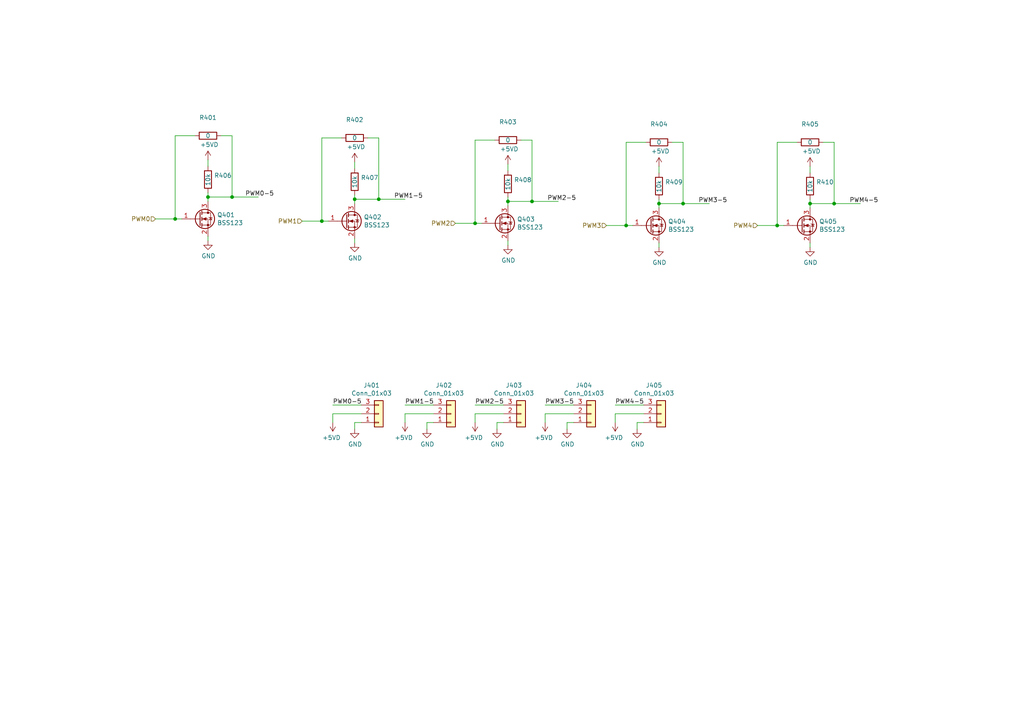
<source format=kicad_sch>
(kicad_sch (version 20211123) (generator eeschema)
  (paper "A4")
  (title_block (title "Connector Cube V2") (date "2021-12-21") (rev "V2.00A") (company "CubeDeb-F4DEB") (comment 1 "PWM"))
  (lib_symbols
    (symbol "Connector_Generic:Conn_01x03" (pin_names (offset 1.016) hide)
      (property "Reference" "J" (at 0 5.08 0))
      (property "Value" "Connector_Generic_Conn_01x03" (at 0 -5.08 0))
      (symbol "Conn_01x03_1_1"
        (rectangle (start -1.27 -2.413) (end 0 -2.667) (stroke (width 0.1524)))
        (rectangle (start -1.27 0.127) (end 0 -0.127) (stroke (width 0.1524)))
        (rectangle (start -1.27 2.667) (end 0 2.413) (stroke (width 0.1524)))
        (rectangle (start -1.27 3.81) (end 1.27 -3.81) (stroke (width 0.254)) (fill (type background)))
        (pin passive line (at -5.08 2.54 0) (length 3.81) (name "Pin_1") (number "1"))
        (pin passive line (at -5.08 0 0) (length 3.81) (name "Pin_2") (number "2"))
        (pin passive line (at -5.08 -2.54 0) (length 3.81) (name "Pin_3") (number "3"))
      )
    )
    (symbol "Device:R" (pin_numbers hide) (pin_names (offset 0))
      (property "Reference" "R" (at 2.032 0 90))
      (property "Value" "Device_R" (at 0 0 90))
      (symbol "R_0_1"
        (rectangle (start -1.016 -2.54) (end 1.016 2.54) (stroke (width 0.254)))
      )
      (symbol "R_1_1"
        (pin passive line (at 0 3.81 270) (length 1.27) (name "~") (number "1"))
        (pin passive line (at 0 -3.81 90) (length 1.27) (name "~") (number "2"))
      )
    )
    (symbol "Transistor_FET:BSS123" (pin_names hide)
      (property "Reference" "Q" (at 5.08 1.905 0))
      (property "Value" "Transistor_FET_BSS123" (at 5.08 0 0))
      (symbol "BSS123_0_1"
        (polyline (pts (xy 0.254 0) (xy -2.54 0)))
        (polyline (pts (xy 0.254 1.905) (xy 0.254 -1.905)) (stroke (width 0.254)))
        (polyline (pts (xy 0.762 -1.27) (xy 0.762 -2.286)) (stroke (width 0.254)))
        (polyline (pts (xy 0.762 0.508) (xy 0.762 -0.508)) (stroke (width 0.254)))
        (polyline (pts (xy 0.762 2.286) (xy 0.762 1.27)) (stroke (width 0.254)))
        (polyline (pts (xy 2.54 2.54) (xy 2.54 1.778)))
        (polyline (pts (xy 2.54 -2.54) (xy 2.54 0) (xy 0.762 0)))
        (polyline (pts (xy 0.762 -1.778) (xy 3.302 -1.778) (xy 3.302 1.778) (xy 0.762 1.778)))
        (polyline (pts (xy 1.016 0) (xy 2.032 0.381) (xy 2.032 -0.381) (xy 1.016 0)) (fill (type outline)))
        (polyline (pts (xy 2.794 0.508) (xy 2.921 0.381) (xy 3.683 0.381) (xy 3.81 0.254)))
        (polyline (pts (xy 3.302 0.381) (xy 2.921 -0.254) (xy 3.683 -0.254) (xy 3.302 0.381)))
        (circle (center 1.651 0) (radius 2.794) (stroke (width 0.254)))
        (circle (center 2.54 -1.778) (radius 0.254) (fill (type outline)))
        (circle (center 2.54 1.778) (radius 0.254) (fill (type outline)))
      )
      (symbol "BSS123_1_1"
        (pin input line (at -5.08 0 0) (length 2.54) (name "G") (number "1"))
        (pin passive line (at 2.54 -5.08 90) (length 2.54) (name "S") (number "2"))
        (pin passive line (at 2.54 5.08 270) (length 2.54) (name "D") (number "3"))
      )
    )
    (symbol "power:+5VD" (power) (pin_names (offset 0))
      (property "Value" "power_+5VD" (at 0 3.556 0))
      (symbol "+5VD_0_1"
        (polyline (pts (xy -0.762 1.27) (xy 0 2.54)))
        (polyline (pts (xy 0 0) (xy 0 2.54)))
        (polyline (pts (xy 0 2.54) (xy 0.762 1.27)))
      )
      (symbol "+5VD_1_1"
        (pin power_in line (at 0 0 90) (length 0) hide (name "+5VD") (number "1"))
      )
    )
    (symbol "power:GND" (power) (pin_names (offset 0))
      (property "Value" "power_GND" (at 0 -3.81 0))
      (symbol "GND_0_1"
        (polyline (pts (xy 0 0) (xy 0 -1.27) (xy 1.27 -1.27) (xy 0 -2.54) (xy -1.27 -1.27) (xy 0 -1.27)))
      )
      (symbol "GND_1_1"
        (pin power_in line (at 0 0 270) (length 0) hide (name "GND") (number "1"))
      )
    )
  )
  (junction (at 109.855 57.785))
  (junction (at 93.345 64.135))
  (junction (at 181.61 65.405))
  (junction (at 241.935 59.055))
  (junction (at 234.95 59.055))
  (junction (at 50.8 63.5))
  (junction (at 191.135 59.055))
  (junction (at 67.31 57.15))
  (junction (at 225.425 65.405))
  (junction (at 60.325 57.15))
  (junction (at 137.795 64.77))
  (junction (at 198.12 59.055))
  (junction (at 102.87 57.785))
  (junction (at 147.32 58.42))
  (junction (at 154.305 58.42))
  (wire (pts (xy 154.305 40.64) (xy 154.305 58.42)))
  (wire (pts (xy 95.25 64.135) (xy 93.345 64.135)))
  (wire (pts (xy 178.435 117.475) (xy 186.69 117.475)))
  (wire (pts (xy 151.13 40.64) (xy 154.305 40.64)))
  (wire (pts (xy 198.12 41.275) (xy 198.12 59.055)))
  (wire (pts (xy 96.52 120.015) (xy 104.775 120.015)))
  (wire (pts (xy 93.345 40.005) (xy 93.345 64.135)))
  (wire (pts (xy 234.95 50.165) (xy 234.95 48.26)))
  (wire (pts (xy 225.425 41.275) (xy 225.425 65.405)))
  (wire (pts (xy 178.435 120.015) (xy 178.435 122.555)))
  (wire (pts (xy 227.33 65.405) (xy 225.425 65.405)))
  (wire (pts (xy 191.135 59.055) (xy 198.12 59.055)))
  (wire (pts (xy 102.87 57.785) (xy 109.855 57.785)))
  (wire (pts (xy 137.795 117.475) (xy 146.05 117.475)))
  (wire (pts (xy 198.12 59.055) (xy 205.74 59.055)))
  (wire (pts (xy 166.37 122.555) (xy 164.465 122.555)))
  (wire (pts (xy 60.325 55.88) (xy 60.325 57.15)))
  (wire (pts (xy 225.425 41.275) (xy 231.14 41.275)))
  (wire (pts (xy 117.475 117.475) (xy 125.73 117.475)))
  (wire (pts (xy 104.775 122.555) (xy 102.87 122.555)))
  (wire (pts (xy 117.475 120.015) (xy 117.475 122.555)))
  (wire (pts (xy 183.515 65.405) (xy 181.61 65.405)))
  (wire (pts (xy 102.87 56.515) (xy 102.87 57.785)))
  (wire (pts (xy 181.61 41.275) (xy 181.61 65.405)))
  (wire (pts (xy 181.61 65.405) (xy 175.895 65.405)))
  (wire (pts (xy 102.87 122.555) (xy 102.87 124.46)))
  (wire (pts (xy 64.135 39.37) (xy 67.31 39.37)))
  (wire (pts (xy 139.7 64.77) (xy 137.795 64.77)))
  (wire (pts (xy 106.68 40.005) (xy 109.855 40.005)))
  (wire (pts (xy 117.475 120.015) (xy 125.73 120.015)))
  (wire (pts (xy 146.05 122.555) (xy 144.145 122.555)))
  (wire (pts (xy 60.325 68.58) (xy 60.325 69.85)))
  (wire (pts (xy 147.32 58.42) (xy 154.305 58.42)))
  (wire (pts (xy 96.52 117.475) (xy 104.775 117.475)))
  (wire (pts (xy 191.135 50.165) (xy 191.135 48.26)))
  (wire (pts (xy 158.115 117.475) (xy 166.37 117.475)))
  (wire (pts (xy 52.705 63.5) (xy 50.8 63.5)))
  (wire (pts (xy 109.855 57.785) (xy 117.475 57.785)))
  (wire (pts (xy 109.855 40.005) (xy 109.855 57.785)))
  (wire (pts (xy 154.305 58.42) (xy 161.925 58.42)))
  (wire (pts (xy 147.32 57.15) (xy 147.32 58.42)))
  (wire (pts (xy 191.135 59.055) (xy 191.135 60.325)))
  (wire (pts (xy 137.795 40.64) (xy 143.51 40.64)))
  (wire (pts (xy 184.785 122.555) (xy 184.785 124.46)))
  (wire (pts (xy 234.95 59.055) (xy 241.935 59.055)))
  (wire (pts (xy 186.69 122.555) (xy 184.785 122.555)))
  (wire (pts (xy 50.8 63.5) (xy 45.085 63.5)))
  (wire (pts (xy 178.435 120.015) (xy 186.69 120.015)))
  (wire (pts (xy 181.61 41.275) (xy 187.325 41.275)))
  (wire (pts (xy 67.31 57.15) (xy 74.93 57.15)))
  (wire (pts (xy 93.345 64.135) (xy 87.63 64.135)))
  (wire (pts (xy 67.31 39.37) (xy 67.31 57.15)))
  (wire (pts (xy 96.52 120.015) (xy 96.52 122.555)))
  (wire (pts (xy 102.87 57.785) (xy 102.87 59.055)))
  (wire (pts (xy 191.135 70.485) (xy 191.135 71.755)))
  (wire (pts (xy 191.135 57.785) (xy 191.135 59.055)))
  (wire (pts (xy 144.145 122.555) (xy 144.145 124.46)))
  (wire (pts (xy 137.795 40.64) (xy 137.795 64.77)))
  (wire (pts (xy 147.32 69.85) (xy 147.32 71.12)))
  (wire (pts (xy 164.465 122.555) (xy 164.465 124.46)))
  (wire (pts (xy 102.87 69.215) (xy 102.87 70.485)))
  (wire (pts (xy 147.32 58.42) (xy 147.32 59.69)))
  (wire (pts (xy 147.32 49.53) (xy 147.32 47.625)))
  (wire (pts (xy 60.325 57.15) (xy 67.31 57.15)))
  (wire (pts (xy 137.795 120.015) (xy 146.05 120.015)))
  (wire (pts (xy 60.325 57.15) (xy 60.325 58.42)))
  (wire (pts (xy 234.95 57.785) (xy 234.95 59.055)))
  (wire (pts (xy 234.95 70.485) (xy 234.95 71.755)))
  (wire (pts (xy 234.95 59.055) (xy 234.95 60.325)))
  (wire (pts (xy 241.935 59.055) (xy 249.555 59.055)))
  (wire (pts (xy 125.73 122.555) (xy 123.825 122.555)))
  (wire (pts (xy 158.115 120.015) (xy 166.37 120.015)))
  (wire (pts (xy 50.8 39.37) (xy 50.8 63.5)))
  (wire (pts (xy 137.795 120.015) (xy 137.795 122.555)))
  (wire (pts (xy 194.945 41.275) (xy 198.12 41.275)))
  (wire (pts (xy 123.825 122.555) (xy 123.825 124.46)))
  (wire (pts (xy 102.87 48.895) (xy 102.87 46.99)))
  (wire (pts (xy 93.345 40.005) (xy 99.06 40.005)))
  (wire (pts (xy 241.935 41.275) (xy 241.935 59.055)))
  (wire (pts (xy 158.115 120.015) (xy 158.115 122.555)))
  (wire (pts (xy 60.325 48.26) (xy 60.325 46.355)))
  (wire (pts (xy 50.8 39.37) (xy 56.515 39.37)))
  (wire (pts (xy 225.425 65.405) (xy 219.71 65.405)))
  (wire (pts (xy 238.76 41.275) (xy 241.935 41.275)))
  (wire (pts (xy 137.795 64.77) (xy 132.08 64.77)))
  (label "PWM0-5" (at 96.52 117.475 0))
  (label "PWM2-5" (at 137.795 117.475 0))
  (label "PWM4-5" (at 178.435 117.475 0))
  (label "PWM3-5" (at 158.115 117.475 0))
  (label "PWM0-5" (at 71.12 57.15 0))
  (label "PWM4-5" (at 246.38 59.055 0))
  (label "PWM3-5" (at 202.565 59.055 0))
  (label "PWM1-5" (at 114.3 57.785 0))
  (label "PWM1-5" (at 117.475 117.475 0))
  (label "PWM2-5" (at 158.75 58.42 0))
  (hierarchical_label "PWM2" (shape input) (at 132.08 64.77 180))
  (hierarchical_label "PWM1" (shape input) (at 87.63 64.135 180))
  (hierarchical_label "PWM0" (shape input) (at 45.085 63.5 180))
  (hierarchical_label "PWM3" (shape input) (at 175.895 65.405 180))
  (hierarchical_label "PWM4" (shape input) (at 219.71 65.405 180))
  (symbol (lib_id "Device:R") (at 60.325 52.07 0) (unit 1)
    (property "Reference" "R406" (at 62.103 50.9016 0) (effects (justify left)))
    (property "Value" "10k" (at 60.325 53.975 90) (effects (justify left)))
    (property "Footprint" "Resistor_SMD:R_0603_1608Metric" (effects hide))
  )
  (symbol (lib_id "Device:R") (at 102.87 52.705 0) (unit 1)
    (property "Reference" "R407" (at 104.648 51.5366 0) (effects (justify left)))
    (property "Value" "10k" (at 102.87 54.61 90) (effects (justify left)))
    (property "Footprint" "Resistor_SMD:R_0603_1608Metric" (effects hide))
  )
  (symbol (lib_id "Transistor_FET:BSS123") (at 57.785 63.5 0) (unit 1)
    (property "Reference" "Q401" (at 62.9666 62.3316 0) (effects (justify left)))
    (property "Value" "BSS123" (at 62.9666 64.643 0) (effects (justify left)))
    (property "Footprint" "Package_TO_SOT_SMD:SOT-23" (effects hide))
    (property "Datasheet" "http://www.diodes.com/assets/Datasheets/ds30366.pdf" (effects hide))
  )
  (symbol (lib_id "Device:R") (at 147.32 53.34 0) (unit 1)
    (property "Reference" "R408" (at 149.098 52.1716 0) (effects (justify left)))
    (property "Value" "10k" (at 147.32 55.245 90) (effects (justify left)))
    (property "Footprint" "Resistor_SMD:R_0603_1608Metric" (effects hide))
  )
  (symbol (lib_id "Device:R") (at 60.325 39.37 90) (unit 1)
    (property "Reference" "R401" (at 60.325 34.1122 90))
    (property "Value" "0" (at 60.325 39.37 90))
    (property "Footprint" "Resistor_SMD:R_0603_1608Metric" (effects hide))
  )
  (symbol (lib_id "power:GND") (at 60.325 69.85 0) (unit 1)
    (property "Reference" "#PWR0181" (effects hide))
    (property "Value" "GND" (at 60.452 74.2442 0))
  )
  (symbol (lib_id "power:+5VD") (at 60.325 46.355 0) (unit 1)
    (property "Reference" "#PWR0182" (effects hide))
    (property "Value" "+5VD" (at 60.706 41.9608 0))
  )
  (symbol (lib_id "Device:R") (at 191.135 53.975 0) (unit 1)
    (property "Reference" "R409" (at 192.913 52.8066 0) (effects (justify left)))
    (property "Value" "10k" (at 191.135 55.88 90) (effects (justify left)))
    (property "Footprint" "Resistor_SMD:R_0603_1608Metric" (effects hide))
  )
  (symbol (lib_id "Transistor_FET:BSS123") (at 100.33 64.135 0) (unit 1)
    (property "Reference" "Q402" (at 105.5116 62.9666 0) (effects (justify left)))
    (property "Value" "BSS123" (at 105.5116 65.278 0) (effects (justify left)))
    (property "Footprint" "Package_TO_SOT_SMD:SOT-23" (effects hide))
    (property "Datasheet" "http://www.diodes.com/assets/Datasheets/ds30366.pdf" (effects hide))
  )
  (symbol (lib_id "Device:R") (at 102.87 40.005 90) (unit 1)
    (property "Reference" "R402" (at 102.87 34.7472 90))
    (property "Value" "0" (at 102.87 40.005 90))
    (property "Footprint" "Resistor_SMD:R_0603_1608Metric" (effects hide))
  )
  (symbol (lib_id "power:GND") (at 102.87 70.485 0) (unit 1)
    (property "Reference" "#PWR0183" (effects hide))
    (property "Value" "GND" (at 102.997 74.8792 0))
  )
  (symbol (lib_id "power:+5VD") (at 102.87 46.99 0) (unit 1)
    (property "Reference" "#PWR0184" (effects hide))
    (property "Value" "+5VD" (at 103.251 42.5958 0))
  )
  (symbol (lib_id "Transistor_FET:BSS123") (at 144.78 64.77 0) (unit 1)
    (property "Reference" "Q403" (at 149.9616 63.6016 0) (effects (justify left)))
    (property "Value" "BSS123" (at 149.9616 65.913 0) (effects (justify left)))
    (property "Footprint" "Package_TO_SOT_SMD:SOT-23" (effects hide))
    (property "Datasheet" "http://www.diodes.com/assets/Datasheets/ds30366.pdf" (effects hide))
  )
  (symbol (lib_id "Device:R") (at 147.32 40.64 90) (unit 1)
    (property "Reference" "R403" (at 147.32 35.3822 90))
    (property "Value" "0" (at 147.32 40.64 90))
    (property "Footprint" "Resistor_SMD:R_0603_1608Metric" (effects hide))
  )
  (symbol (lib_id "power:GND") (at 147.32 71.12 0) (unit 1)
    (property "Reference" "#PWR0185" (effects hide))
    (property "Value" "GND" (at 147.447 75.5142 0))
  )
  (symbol (lib_id "power:+5VD") (at 147.32 47.625 0) (unit 1)
    (property "Reference" "#PWR0186" (effects hide))
    (property "Value" "+5VD" (at 147.701 43.2308 0))
  )
  (symbol (lib_id "Transistor_FET:BSS123") (at 188.595 65.405 0) (unit 1)
    (property "Reference" "Q404" (at 193.7766 64.2366 0) (effects (justify left)))
    (property "Value" "BSS123" (at 193.7766 66.548 0) (effects (justify left)))
    (property "Footprint" "Package_TO_SOT_SMD:SOT-23" (effects hide))
    (property "Datasheet" "http://www.diodes.com/assets/Datasheets/ds30366.pdf" (effects hide))
  )
  (symbol (lib_id "Device:R") (at 191.135 41.275 90) (unit 1)
    (property "Reference" "R404" (at 191.135 36.0172 90))
    (property "Value" "0" (at 191.135 41.275 90))
    (property "Footprint" "Resistor_SMD:R_0603_1608Metric" (effects hide))
  )
  (symbol (lib_id "power:GND") (at 191.135 71.755 0) (unit 1)
    (property "Reference" "#PWR0187" (effects hide))
    (property "Value" "GND" (at 191.262 76.1492 0))
  )
  (symbol (lib_id "power:+5VD") (at 191.135 48.26 0) (unit 1)
    (property "Reference" "#PWR0188" (effects hide))
    (property "Value" "+5VD" (at 191.516 43.8658 0))
  )
  (symbol (lib_id "Device:R") (at 234.95 53.975 0) (unit 1)
    (property "Reference" "R410" (at 236.728 52.8066 0) (effects (justify left)))
    (property "Value" "10k" (at 234.95 55.88 90) (effects (justify left)))
    (property "Footprint" "Resistor_SMD:R_0603_1608Metric" (effects hide))
  )
  (symbol (lib_id "Transistor_FET:BSS123") (at 232.41 65.405 0) (unit 1)
    (property "Reference" "Q405" (at 237.5916 64.2366 0) (effects (justify left)))
    (property "Value" "BSS123" (at 237.5916 66.548 0) (effects (justify left)))
    (property "Footprint" "Package_TO_SOT_SMD:SOT-23" (effects hide))
    (property "Datasheet" "http://www.diodes.com/assets/Datasheets/ds30366.pdf" (effects hide))
  )
  (symbol (lib_id "Device:R") (at 234.95 41.275 90) (unit 1)
    (property "Reference" "R405" (at 234.95 36.0172 90))
    (property "Value" "0" (at 234.95 41.275 90))
    (property "Footprint" "Resistor_SMD:R_0603_1608Metric" (effects hide))
  )
  (symbol (lib_id "power:GND") (at 234.95 71.755 0) (unit 1)
    (property "Reference" "#PWR0189" (effects hide))
    (property "Value" "GND" (at 235.077 76.1492 0))
  )
  (symbol (lib_id "power:+5VD") (at 234.95 48.26 0) (unit 1)
    (property "Reference" "#PWR0190" (effects hide))
    (property "Value" "+5VD" (at 235.331 43.8658 0))
  )
  (symbol (lib_id "Connector_Generic:Conn_01x03") (at 130.81 120.015 0) (mirror x) (unit 1)
    (property "Reference" "J402" (at 128.7272 111.76 0))
    (property "Value" "Conn_01x03" (at 128.7272 114.0714 0))
    (property "Footprint" "Connector_JST:JST_GH_BM03B-GHS-TBT_1x03-1MP_P1.25mm_Vertical" (effects hide))
  )
  (symbol (lib_id "power:GND") (at 123.825 124.46 0) (unit 1)
    (property "Reference" "#PWR0191" (effects hide))
    (property "Value" "GND" (at 123.952 128.8542 0))
  )
  (symbol (lib_id "power:+5VD") (at 117.475 122.555 180) (unit 1)
    (property "Reference" "#PWR0192" (effects hide))
    (property "Value" "+5VD" (at 117.094 126.9492 0))
  )
  (symbol (lib_id "Connector_Generic:Conn_01x03") (at 151.13 120.015 0) (mirror x) (unit 1)
    (property "Reference" "J403" (at 149.0472 111.76 0))
    (property "Value" "Conn_01x03" (at 149.0472 114.0714 0))
    (property "Footprint" "Connector_JST:JST_GH_BM03B-GHS-TBT_1x03-1MP_P1.25mm_Vertical" (effects hide))
  )
  (symbol (lib_id "power:GND") (at 144.145 124.46 0) (unit 1)
    (property "Reference" "#PWR0193" (effects hide))
    (property "Value" "GND" (at 144.272 128.8542 0))
  )
  (symbol (lib_id "power:+5VD") (at 137.795 122.555 180) (unit 1)
    (property "Reference" "#PWR0194" (effects hide))
    (property "Value" "+5VD" (at 137.414 126.9492 0))
  )
  (symbol (lib_id "Connector_Generic:Conn_01x03") (at 171.45 120.015 0) (mirror x) (unit 1)
    (property "Reference" "J404" (at 169.3672 111.76 0))
    (property "Value" "Conn_01x03" (at 169.3672 114.0714 0))
    (property "Footprint" "Connector_JST:JST_GH_BM03B-GHS-TBT_1x03-1MP_P1.25mm_Vertical" (effects hide))
  )
  (symbol (lib_id "power:GND") (at 164.465 124.46 0) (unit 1)
    (property "Reference" "#PWR0195" (effects hide))
    (property "Value" "GND" (at 164.592 128.8542 0))
  )
  (symbol (lib_id "power:+5VD") (at 158.115 122.555 180) (unit 1)
    (property "Reference" "#PWR0196" (effects hide))
    (property "Value" "+5VD" (at 157.734 126.9492 0))
  )
  (symbol (lib_id "Connector_Generic:Conn_01x03") (at 191.77 120.015 0) (mirror x) (unit 1)
    (property "Reference" "J405" (at 189.6872 111.76 0))
    (property "Value" "Conn_01x03" (at 189.6872 114.0714 0))
    (property "Footprint" "Connector_JST:JST_GH_BM03B-GHS-TBT_1x03-1MP_P1.25mm_Vertical" (effects hide))
  )
  (symbol (lib_id "power:GND") (at 184.785 124.46 0) (unit 1)
    (property "Reference" "#PWR0197" (effects hide))
    (property "Value" "GND" (at 184.912 128.8542 0))
  )
  (symbol (lib_id "power:+5VD") (at 178.435 122.555 180) (unit 1)
    (property "Reference" "#PWR0198" (effects hide))
    (property "Value" "+5VD" (at 178.054 126.9492 0))
  )
  (symbol (lib_id "Connector_Generic:Conn_01x03") (at 109.855 120.015 0) (mirror x) (unit 1)
    (property "Reference" "J401" (at 107.7722 111.76 0))
    (property "Value" "Conn_01x03" (at 107.7722 114.0714 0))
    (property "Footprint" "Connector_JST:JST_GH_BM03B-GHS-TBT_1x03-1MP_P1.25mm_Vertical" (effects hide))
  )
  (symbol (lib_id "power:GND") (at 102.87 124.46 0) (unit 1)
    (property "Reference" "#PWR0199" (effects hide))
    (property "Value" "GND" (at 102.997 128.8542 0))
  )
  (symbol (lib_id "power:+5VD") (at 96.52 122.555 180) (unit 1)
    (property "Reference" "#PWR0200" (effects hide))
    (property "Value" "+5VD" (at 96.139 126.9492 0))
  )
)
</source>
